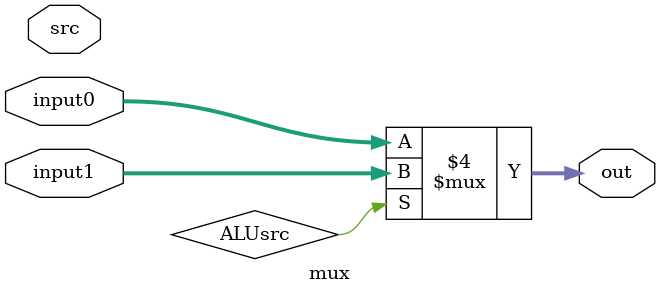
<source format=sv>
module mux#(
    parameter DATA_WIDTH = 32    
)(
    input  logic [DATA_WIDTH-1:0] input0,
    input  logic [DATA_WIDTH-1:0] input1,
    input  logic                  src,
    
    output logic [DATA_WIDTH-1:0] out
);

always_comb begin
    if (ALUsrc == 0)
        out = input0;
    else 
        out = input1;
end
    
endmodule

</source>
